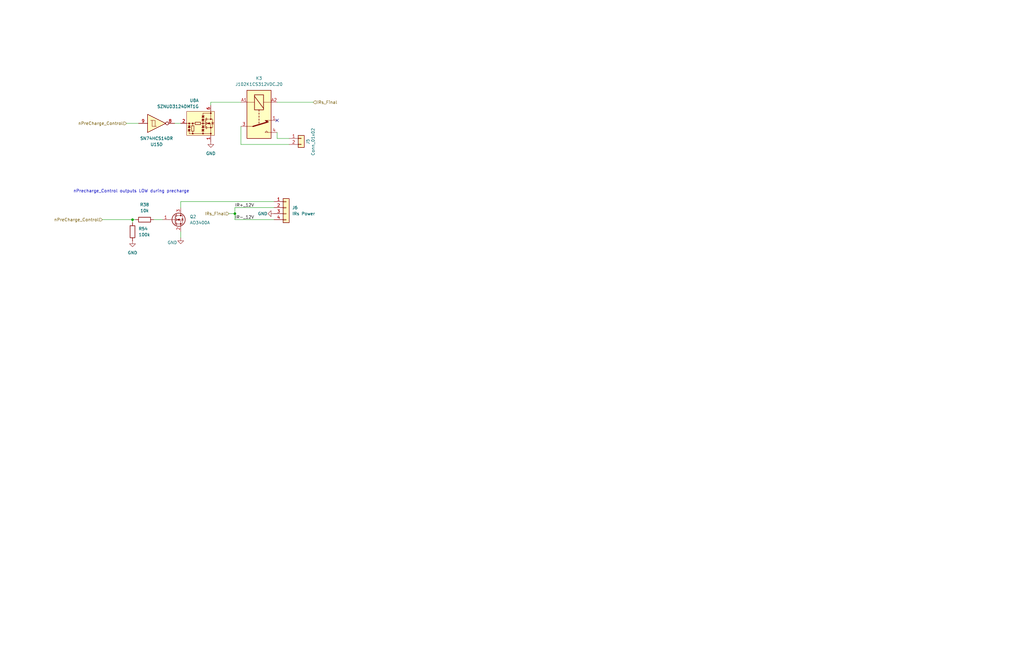
<source format=kicad_sch>
(kicad_sch (version 20250114) (generator "eeschema") (generator_version "9.0")
  (paper "B")
  (lib_symbols
    (symbol "Connector_Generic:Conn_01x02" (pin_names (offset 1.016) (hide yes))
      (property "Reference" "J" (at 0 2.54 0))
      (property "Value" "Conn_01x02" (at 0 -5.08 0))
      (symbol "Conn_01x02_1_1"
        (rectangle (start -1.27 1.27) (end 1.27 -3.81) (stroke (width 0.254)) (fill (type background)))
        (rectangle (start -1.27 0.127) (end 0 -0.127) (stroke (width 0.1524)))
        (rectangle (start -1.27 -2.413) (end 0 -2.667) (stroke (width 0.1524)))
        (pin passive line (at -5.08 0 0) (length 3.81) (name "Pin_1") (number "1"))
        (pin passive line (at -5.08 -2.54 0) (length 3.81) (name "Pin_2") (number "2"))
      )
    )
    (symbol "Connector_Generic:Conn_01x04" (pin_names (offset 1.016) (hide yes))
      (property "Reference" "J" (at 0 5.08 0))
      (property "Value" "Conn_01x04" (at 0 -7.62 0))
      (symbol "Conn_01x04_1_1"
        (rectangle (start -1.27 3.81) (end 1.27 -6.35) (stroke (width 0.254)) (fill (type background)))
        (rectangle (start -1.27 2.667) (end 0 2.413) (stroke (width 0.1524)))
        (rectangle (start -1.27 0.127) (end 0 -0.127) (stroke (width 0.1524)))
        (rectangle (start -1.27 -2.413) (end 0 -2.667) (stroke (width 0.1524)))
        (rectangle (start -1.27 -4.953) (end 0 -5.207) (stroke (width 0.1524)))
        (pin passive line (at -5.08 2.54 0) (length 3.81) (name "Pin_1") (number "1"))
        (pin passive line (at -5.08 0 0) (length 3.81) (name "Pin_2") (number "2"))
        (pin passive line (at -5.08 -2.54 0) (length 3.81) (name "Pin_3") (number "3"))
        (pin passive line (at -5.08 -5.08 0) (length 3.81) (name "Pin_4") (number "4"))
      )
    )
    (symbol "Device:R" (pin_numbers (hide yes)) (pin_names (offset 0))
      (property "Reference" "R" (at 2.032 0 90))
      (property "Value" "R" (at 0 0 90))
      (symbol "R_0_1"
        (rectangle (start -1.016 -2.54) (end 1.016 2.54) (stroke (width 0.254)))
      )
      (symbol "R_1_1"
        (pin passive line (at 0 3.81 270) (length 1.27) (name "~") (number "1"))
        (pin passive line (at 0 -3.81 90) (length 1.27) (name "~") (number "2"))
      )
    )
    (symbol "FS_4_Global_Symbol_Library:J102K1CS312DC.20"
      (property "Reference" "K" (at 0 0 0))
      (property "Value" "J102K1CS312VDC.20" (at 0 0 0))
      (symbol "J102K1CS312DC.20_0_0"
        (polyline (pts (xy 7.62 5.08) (xy 7.62 2.54) (xy 6.985 3.175) (xy 7.62 3.81)))
      )
      (symbol "J102K1CS312DC.20_0_1"
        (rectangle (start -10.16 5.08) (end 10.16 -5.08) (stroke (width 0.254)) (fill (type background)))
        (rectangle (start -8.255 1.905) (end -1.905 -1.905) (stroke (width 0.254)))
        (polyline (pts (xy -7.62 -1.905) (xy -2.54 1.905)) (stroke (width 0.254)))
        (polyline (pts (xy -5.08 5.08) (xy -5.08 1.905)))
        (polyline (pts (xy -5.08 -5.08) (xy -5.08 -1.905)))
        (polyline (pts (xy -1.905 0) (xy -1.27 0)) (stroke (width 0.254)))
        (polyline (pts (xy -0.635 0) (xy 0 0)) (stroke (width 0.254)))
        (polyline (pts (xy 0.635 0) (xy 1.27 0)) (stroke (width 0.254)))
        (polyline (pts (xy 1.905 0) (xy 2.54 0)) (stroke (width 0.254)))
        (polyline (pts (xy 2.54 5.08) (xy 2.54 2.54) (xy 3.175 3.175) (xy 2.54 3.81)) (fill (type outline)))
        (polyline (pts (xy 3.175 0) (xy 3.81 0)) (stroke (width 0.254)))
        (polyline (pts (xy 5.08 -2.54) (xy 3.175 3.81)) (stroke (width 0.508)))
        (polyline (pts (xy 5.08 -2.54) (xy 5.08 -5.08)))
      )
      (symbol "J102K1CS312DC.20_1_1"
        (pin passive line (at -5.08 7.62 270) (length 2.54) (name "~") (number "A2"))
        (pin passive line (at -5.08 -7.62 90) (length 2.54) (name "~") (number "A1"))
        (pin passive line (at 2.54 7.62 270) (length 2.54) (name "~") (number "1"))
        (pin passive line (at 5.08 -7.62 90) (length 2.54) (hide yes) (name "~") (number "2"))
        (pin passive line (at 5.08 -7.62 90) (length 2.54) (name "~") (number "3"))
        (pin passive line (at 7.62 7.62 270) (length 2.54) (name "~") (number "4"))
      )
    )
    (symbol "FS_4_Global_Symbol_Library:SN74HCS14DR"
      (property "Reference" "U" (at 0 7.366 0))
      (property "Value" "SN74HCS14DR" (at 0 5.334 0))
      (symbol "SN74HCS14DR_1_0"
        (polyline (pts (xy -2.54 3.81) (xy -2.54 -3.81) (xy 5.08 0) (xy -2.54 3.81)) (stroke (width 0.254)) (fill (type background)))
        (pin input line (at -6.35 0 0) (length 3.81) (name "~") (number "1"))
        (pin output inverted (at 8.89 0 180) (length 3.81) (name "~") (number "2"))
      )
      (symbol "SN74HCS14DR_1_1"
        (polyline (pts (xy -1.27 -1.27) (xy 0.635 -1.27) (xy 0.635 1.27) (xy 1.27 1.27)))
        (polyline (pts (xy -0.635 -1.27) (xy -0.635 1.27) (xy 0.635 1.27)))
      )
      (symbol "SN74HCS14DR_2_0"
        (polyline (pts (xy -2.54 3.81) (xy -2.54 -3.81) (xy 5.08 0) (xy -2.54 3.81)) (stroke (width 0.254)) (fill (type background)))
        (pin input line (at -6.35 0 0) (length 3.81) (name "~") (number "3"))
        (pin output inverted (at 8.89 0 180) (length 3.81) (name "~") (number "4"))
      )
      (symbol "SN74HCS14DR_2_1"
        (polyline (pts (xy -1.27 -1.27) (xy 0.635 -1.27) (xy 0.635 1.27) (xy 1.27 1.27)))
        (polyline (pts (xy -0.635 -1.27) (xy -0.635 1.27) (xy 0.635 1.27)))
      )
      (symbol "SN74HCS14DR_3_0"
        (polyline (pts (xy -2.54 3.81) (xy -2.54 -3.81) (xy 5.08 0) (xy -2.54 3.81)) (stroke (width 0.254)) (fill (type background)))
        (pin input line (at -6.35 0 0) (length 3.81) (name "~") (number "5"))
        (pin output inverted (at 8.89 0 180) (length 3.81) (name "~") (number "6"))
      )
      (symbol "SN74HCS14DR_3_1"
        (polyline (pts (xy -1.27 -1.27) (xy 0.635 -1.27) (xy 0.635 1.27) (xy 1.27 1.27)))
        (polyline (pts (xy -0.635 -1.27) (xy -0.635 1.27) (xy 0.635 1.27)))
      )
      (symbol "SN74HCS14DR_4_0"
        (polyline (pts (xy -2.54 3.81) (xy -2.54 -3.81) (xy 5.08 0) (xy -2.54 3.81)) (stroke (width 0.254)) (fill (type background)))
        (pin input line (at -6.35 0 0) (length 3.81) (name "~") (number "9"))
        (pin output inverted (at 8.89 0 180) (length 3.81) (name "~") (number "8"))
      )
      (symbol "SN74HCS14DR_4_1"
        (polyline (pts (xy -1.27 -1.27) (xy 0.635 -1.27) (xy 0.635 1.27) (xy 1.27 1.27)))
        (polyline (pts (xy -0.635 -1.27) (xy -0.635 1.27) (xy 0.635 1.27)))
      )
      (symbol "SN74HCS14DR_5_0"
        (polyline (pts (xy -2.54 3.81) (xy -2.54 -3.81) (xy 5.08 0) (xy -2.54 3.81)) (stroke (width 0.254)) (fill (type background)))
        (pin input line (at -6.35 0 0) (length 3.81) (name "~") (number "11"))
        (pin output inverted (at 8.89 0 180) (length 3.81) (name "~") (number "10"))
      )
      (symbol "SN74HCS14DR_5_1"
        (polyline (pts (xy -1.27 -1.27) (xy 0.635 -1.27) (xy 0.635 1.27) (xy 1.27 1.27)))
        (polyline (pts (xy -0.635 -1.27) (xy -0.635 1.27) (xy 0.635 1.27)))
      )
      (symbol "SN74HCS14DR_6_0"
        (polyline (pts (xy -2.54 3.81) (xy -2.54 -3.81) (xy 5.08 0) (xy -2.54 3.81)) (stroke (width 0.254)) (fill (type background)))
        (pin input line (at -6.35 0 0) (length 3.81) (name "~") (number "13"))
        (pin output inverted (at 8.89 0 180) (length 3.81) (name "~") (number "12"))
      )
      (symbol "SN74HCS14DR_6_1"
        (polyline (pts (xy -1.27 -1.27) (xy 0.635 -1.27) (xy 0.635 1.27) (xy 1.27 1.27)))
        (polyline (pts (xy -0.635 -1.27) (xy -0.635 1.27) (xy 0.635 1.27)))
      )
      (symbol "SN74HCS14DR_7_0"
        (pin power_in line (at 0 12.7 270) (length 5.08) (name "VCC") (number "14"))
        (pin power_in line (at 0 -12.7 90) (length 5.08) (name "GND") (number "7"))
      )
      (symbol "SN74HCS14DR_7_1"
        (rectangle (start -5.08 7.62) (end 5.08 -7.62) (stroke (width 0.254)) (fill (type background)))
      )
    )
    (symbol "FS_4_Global_Symbol_Library:SZNUD3124DMT1G" (pin_names (offset 0.254))
      (property "Reference" "U" (at 3.302 0.762 0))
      (property "Value" "SZNUD3124DMT1G" (at 10.414 -1.016 0))
      (symbol "SZNUD3124DMT1G_0_1"
        (polyline (pts (xy -9.652 -2.54) (xy -9.144 -3.302) (xy -8.636 -2.54) (xy -9.652 -2.54)) (fill (type outline)))
        (polyline (pts (xy -9.652 -3.048) (xy -9.652 -3.302) (xy -8.636 -3.302)))
        (circle (center -9.144 0) (radius 0.254) (fill (type outline)))
        (polyline (pts (xy -9.144 -4.318) (xy -9.144 0)))
        (polyline (pts (xy -9.144 -4.318) (xy 0 -4.318)))
        (polyline (pts (xy -8.636 -1.27) (xy -8.636 -1.016) (xy -9.652 -1.016)))
        (polyline (pts (xy -8.636 -1.778) (xy -9.144 -1.016) (xy -9.652 -1.778) (xy -8.636 -1.778)) (fill (type outline)))
        (rectangle (start -8.128 -1.016) (end -7.112 -3.302) (stroke (width 0.2032)))
        (polyline (pts (xy -7.874 0) (xy -10.16 0)))
        (circle (center -7.62 0) (radius 0.254) (fill (type outline)))
        (polyline (pts (xy -7.62 0) (xy -7.62 -1.016)))
        (circle (center -7.62 -4.318) (radius 0.254) (fill (type outline)))
        (polyline (pts (xy -7.62 -4.318) (xy -7.62 -3.302)))
        (polyline (pts (xy -7.366 0) (xy -6.604 0)))
        (rectangle (start -6.604 0.508) (end -4.318 -0.508) (stroke (width 0.2032)))
        (polyline (pts (xy -3.81 1.778) (xy -3.302 1.016) (xy -2.794 1.778) (xy -3.81 1.778)) (fill (type outline)))
        (polyline (pts (xy -3.81 1.27) (xy -3.81 1.016) (xy -2.794 1.016)))
        (polyline (pts (xy -3.81 -2.54) (xy -3.302 -3.302) (xy -2.794 -2.54) (xy -3.81 -2.54)) (fill (type outline)))
        (polyline (pts (xy -3.81 -3.048) (xy -3.81 -3.302) (xy -2.794 -3.302)))
        (polyline (pts (xy -3.302 4.318) (xy 0 4.318)))
        (circle (center -3.302 0) (radius 0.254) (fill (type outline)))
        (polyline (pts (xy -3.302 0) (xy -3.302 4.318)))
        (polyline (pts (xy -3.302 -4.064) (xy -3.302 0.254)))
        (circle (center -3.302 -4.318) (radius 0.254) (fill (type outline)))
        (polyline (pts (xy -2.794 3.048) (xy -2.794 3.302) (xy -3.81 3.302)))
        (polyline (pts (xy -2.794 2.54) (xy -3.302 3.302) (xy -3.81 2.54) (xy -2.794 2.54)) (fill (type outline)))
        (polyline (pts (xy -2.794 -1.27) (xy -2.794 -1.016) (xy -3.81 -1.016)))
        (polyline (pts (xy -2.794 -1.778) (xy -3.302 -1.016) (xy -3.81 -1.778) (xy -2.794 -1.778)) (fill (type outline)))
        (polyline (pts (xy -2.286 0) (xy -4.318 0)))
        (polyline (pts (xy -1.778 2.286) (xy -1.778 1.27)) (stroke (width 0.254)))
        (polyline (pts (xy -1.778 0.508) (xy -1.778 -0.508)) (stroke (width 0.254)))
        (polyline (pts (xy -1.778 -1.27) (xy -1.778 -2.286)) (stroke (width 0.254)))
        (polyline (pts (xy -1.778 -1.778) (xy 0.762 -1.778) (xy 0.762 1.778) (xy -1.778 1.778)))
        (polyline (pts (xy -1.524 0) (xy -0.508 0.381) (xy -0.508 -0.381) (xy -1.524 0)) (fill (type outline)))
        (polyline (pts (xy 0 5.08) (xy 0 1.778)))
        (circle (center 0 4.318) (radius 0.254) (fill (type outline)))
        (circle (center 0 1.778) (radius 0.254) (fill (type outline)))
        (circle (center 0 -1.778) (radius 0.254) (fill (type outline)))
        (circle (center 0 -4.318) (radius 0.254) (fill (type outline)))
        (polyline (pts (xy 0 -5.08) (xy 0 0) (xy -1.778 0)))
        (polyline (pts (xy 0.254 0.508) (xy 0.381 0.381) (xy 1.143 0.381) (xy 1.27 0.254)))
        (polyline (pts (xy 0.762 0.381) (xy 0.381 -0.254) (xy 1.143 -0.254) (xy 0.762 0.381)))
      )
      (symbol "SZNUD3124DMT1G_1_1"
        (rectangle (start -10.16 5.08) (end 1.524 -5.08) (fill (type background)))
        (polyline (pts (xy -2.286 2.032) (xy -2.286 -2.032)) (stroke (width 0.2032)))
        (pin input line (at -12.7 0 0) (length 2.54) (name "~") (number "2"))
        (pin unspecified line (at 0 7.62 270) (length 2.54) (name "~") (number "6"))
        (pin unspecified line (at 0 -7.62 90) (length 2.54) (name "~") (number "1"))
      )
      (symbol "SZNUD3124DMT1G_2_1"
        (rectangle (start -10.16 5.08) (end 1.524 -5.08) (fill (type background)))
        (pin input line (at -12.7 0 0) (length 2.54) (name "~") (number "5"))
        (pin unspecified line (at 0 7.62 270) (length 2.54) (name "~") (number "3"))
        (pin unspecified line (at 0 -7.62 90) (length 2.54) (name "~") (number "4"))
      )
    )
    (symbol "Transistor_FET:AO3400A" (pin_names (offset 0) (hide yes))
      (property "Reference" "Q" (at 5.08 1.905 0))
      (property "Value" "AO3400A" (at 5.08 0 0))
      (symbol "AO3400A_0_1"
        (polyline (pts (xy 0.254 1.905) (xy 0.254 -1.905)) (stroke (width 0.254)))
        (polyline (pts (xy 0.254 0) (xy -2.54 0)))
        (polyline (pts (xy 0.762 2.286) (xy 0.762 1.27)) (stroke (width 0.254)))
        (polyline (pts (xy 0.762 0.508) (xy 0.762 -0.508)) (stroke (width 0.254)))
        (polyline (pts (xy 0.762 -1.27) (xy 0.762 -2.286)) (stroke (width 0.254)))
        (polyline (pts (xy 0.762 -1.778) (xy 3.302 -1.778) (xy 3.302 1.778) (xy 0.762 1.778)))
        (polyline (pts (xy 1.016 0) (xy 2.032 0.381) (xy 2.032 -0.381) (xy 1.016 0)) (fill (type outline)))
        (circle (center 1.651 0) (radius 2.794) (stroke (width 0.254)))
        (polyline (pts (xy 2.54 2.54) (xy 2.54 1.778)))
        (circle (center 2.54 1.778) (radius 0.254) (fill (type outline)))
        (circle (center 2.54 -1.778) (radius 0.254) (fill (type outline)))
        (polyline (pts (xy 2.54 -2.54) (xy 2.54 0) (xy 0.762 0)))
        (polyline (pts (xy 2.921 0.381) (xy 3.683 0.381)))
        (polyline (pts (xy 3.302 0.381) (xy 2.921 -0.254) (xy 3.683 -0.254) (xy 3.302 0.381)))
      )
      (symbol "AO3400A_1_1"
        (pin input line (at -5.08 0 0) (length 2.54) (name "G") (number "1"))
        (pin passive line (at 2.54 5.08 270) (length 2.54) (name "D") (number "3"))
        (pin passive line (at 2.54 -5.08 90) (length 2.54) (name "S") (number "2"))
      )
    )
    (symbol "power:GND" (power) (pin_numbers (hide yes)) (pin_names (offset 0) (hide yes))
      (property "Value" "GND" (at 0 -3.81 0))
      (symbol "GND_0_1"
        (polyline (pts (xy 0 0) (xy 0 -1.27) (xy 1.27 -1.27) (xy 0 -2.54) (xy -1.27 -1.27) (xy 0 -1.27)))
      )
      (symbol "GND_1_1"
        (pin power_in line (at 0 0 270) (length 0) (name "~") (number "1"))
      )
    )
  )
  (text "nPrecharge_Control outputs LOW during precharge\n" (at 55.372 80.772 0) (effects (font (size 1.27 1.27))))
  (junction (at 55.88 92.71))
  (junction (at 99.06 90.17))
  (no_connect (at 116.84 50.8))
  (wire (pts (xy 99.06 90.17) (xy 99.06 87.63)))
  (wire (pts (xy 76.2 85.09) (xy 115.57 85.09)))
  (wire (pts (xy 55.88 93.98) (xy 55.88 92.71)))
  (wire (pts (xy 116.84 55.88) (xy 116.84 58.42)))
  (wire (pts (xy 99.06 92.71) (xy 99.06 90.17)))
  (wire (pts (xy 121.92 60.96) (xy 101.6 60.96)))
  (wire (pts (xy 116.84 58.42) (xy 121.92 58.42)))
  (wire (pts (xy 88.9 43.18) (xy 101.6 43.18)))
  (wire (pts (xy 99.06 87.63) (xy 115.57 87.63)))
  (wire (pts (xy 55.88 92.71) (xy 57.15 92.71)))
  (wire (pts (xy 96.52 90.17) (xy 99.06 90.17)))
  (wire (pts (xy 101.6 53.34) (xy 101.6 60.96)))
  (wire (pts (xy 116.84 43.18) (xy 132.08 43.18)))
  (wire (pts (xy 73.66 52.07) (xy 76.2 52.07)))
  (wire (pts (xy 76.2 85.09) (xy 76.2 87.63)))
  (wire (pts (xy 115.57 92.71) (xy 99.06 92.71)))
  (wire (pts (xy 43.18 92.71) (xy 55.88 92.71)))
  (wire (pts (xy 88.9 43.18) (xy 88.9 44.45)))
  (wire (pts (xy 76.2 97.79) (xy 76.2 100.33)))
  (wire (pts (xy 53.34 52.07) (xy 58.42 52.07)))
  (wire (pts (xy 64.77 92.71) (xy 68.58 92.71)))
  (label "IR+_12V" (at 99.06 87.63 0))
  (label "IR-_12V" (at 99.06 92.71 0))
  (hierarchical_label "IRs_Final" (shape input) (at 132.08 43.18 0))
  (hierarchical_label "nPreCharge_Control" (shape input) (at 43.18 92.71 180))
  (hierarchical_label "IRs_Final" (shape input) (at 96.52 90.17 180))
  (hierarchical_label "nPreCharge_Control" (shape input) (at 53.34 52.07 180))
  (symbol (lib_id "Connector_Generic:Conn_01x02") (at 127 58.42 0) (unit 1)
    (property "Reference" "J5" (at 129.794 60.96 90) (effects (justify left)))
    (property "Value" "Conn_01x02" (at 132.0164 65.7225 90) (effects (justify left)))
    (property "Footprint" "FS_4_Global_Footprint_Library:1054311202 - 2-Pin Molex Nano-fit SMD Connector" (effects (hide yes)))
    (property "Datasheet" "https://www.molex.com/en-us/products/part-detail/1054311202?display=pdf" (effects (hide yes)))
    (property "Description" "Generic connector, single row, 01x02, script generated (kicad-library-utils/schlib/autogen/connector/)" (effects (hide yes)))
    (property "Digi PN" "WM26080CT-ND" (effects (hide yes)))
    (property "Digi URL" "https://www.digikey.com/en/products/detail/molex/1054311202/9959366" (effects (hide yes)))
    (property "MFG" "Molex" (effects (hide yes)))
    (property "MFG PN" "1054311202" (effects (hide yes)))
  )
  (symbol (lib_id "FS_4_Global_Symbol_Library:SZNUD3124DMT1G") (at 88.9 52.07 0) (unit 1)
    (property "Reference" "U8" (at 83.82 42.418 0) (effects (justify right)))
    (property "Value" "SZNUD3124DMT1G" (at 83.82 44.958 0) (effects (justify right)))
    (property "Footprint" "Package_TO_SOT_SMD:SC-74-6_1.55x2.9mm_P0.95mm" (effects (hide yes)))
    (property "Datasheet" "https://www.onsemi.com/pdf/datasheet/nud3124-d.pdf" (effects (hide yes)))
    (property "Description" "Relay Driver (Dual Case)" (effects (hide yes)))
    (property "Digi PN" "SZNUD3124DMT1GOSCT-ND" (effects (hide yes)))
    (property "Digi URL" "https://www.digikey.com/en/products/detail/onsemi/SZNUD3124DMT1G/3063415" (effects (hide yes)))
    (property "MFG" "onsemi" (effects (hide yes)))
    (property "MFG PN" "SZNUD3124DMT1G" (effects (hide yes)))
  )
  (symbol (lib_id "Device:R") (at 60.96 92.71 90) (unit 1)
    (property "Reference" "R38" (at 60.96 86.36 90))
    (property "Value" "10k" (at 60.96 88.9 90))
    (property "Footprint" "Resistor_SMD:R_0603_1608Metric_Pad0.98x0.95mm_HandSolder" (effects (hide yes)))
    (property "Datasheet" "https://www.yageogroup.com/content/datasheet/asset/file/PYU-AC_51_ROHS_L" (effects (hide yes)))
    (property "Description" "Resistor" (effects (hide yes)))
    (property "Digi PN" "311-10KLDCT-ND" (effects (hide yes)))
    (property "Digi URL" "https://www.digikey.com/en/products/detail/yageo/AC0603FR-0710KL/2827814" (effects (hide yes)))
    (property "MFG" "Yageo" (effects (hide yes)))
    (property "MFG PN" "AC0603FR-0710KL" (effects (hide yes)))
  )
  (symbol (lib_id "Connector_Generic:Conn_01x04") (at 120.65 87.63 0) (unit 1)
    (property "Reference" "J6" (at 123.19 87.6299 0) (effects (justify left)))
    (property "Value" "IRs Power" (at 123.19 90.1699 0) (effects (justify left)))
    (property "Footprint" "FS_4_Global_Footprint_Library:1054311104 - 4-pin Molex Nano-fit SMD Connector" (effects (hide yes)))
    (property "Datasheet" "https://www.literature.molex.com/SQLImages/kelmscott/Molex/PDF_Images/987651-1223.PDF" (effects (hide yes)))
    (property "Description" "Generic connector, single row, 01x04, script generated (kicad-library-utils/schlib/autogen/connector/)" (effects (hide yes)))
    (property "Digi PN" "WM26082CT-ND" (effects (hide yes)))
    (property "Digi URL" "https://www.digikey.com/en/products/detail/molex/1054311204/9959368" (effects (hide yes)))
    (property "MFG" "Molex" (effects (hide yes)))
    (property "MFG PN" "1054311204" (effects (hide yes)))
  )
  (symbol (lib_id "FS_4_Global_Symbol_Library:J102K1CS312DC.20") (at 109.22 48.26 270) (unit 1)
    (property "Reference" "K3" (at 109.22 33.02 90))
    (property "Value" "J102K1CS312VDC.20" (at 109.22 35.56 90))
    (property "Footprint" "FS_4_Global_Footprint_Library:J102K1CS312VDC.20" (effects (hide yes)))
    (property "Datasheet" "https://www.citrelay.com/wp-content/uploads/2025/05/Relay-J102.pdf" (effects (hide yes)))
    (property "Description" "Precharge Relay" (effects (hide yes)))
    (property "Digi PN" "2449-J102K1CS312VDC.20-ND" (effects (hide yes)))
    (property "MFG" "CIT Relay and Switch" (effects (hide yes)))
    (property "MFG PN" "J102K1CS312VDC.20" (effects (hide yes)))
    (property "Digi URL" "https://www.digikey.com/en/products/detail/cit-relay-and-switch/J102K1CS312VDC-20/14002177" (effects (hide yes)))
  )
  (symbol (lib_id "Device:R") (at 55.88 97.79 0) (unit 1)
    (property "Reference" "R54" (at 58.42 96.5199 0) (effects (justify left)))
    (property "Value" "100k" (at 58.42 99.0599 0) (effects (justify left)))
    (property "Footprint" "Resistor_SMD:R_0603_1608Metric_Pad0.98x0.95mm_HandSolder" (effects (hide yes)))
    (property "Datasheet" "https://www.digikey.com/en/products/detail/susumu/RG1608P-104-B-T5/1240451" (effects (hide yes)))
    (property "Description" "Resistor" (effects (hide yes)))
    (property "Digi PN" "RG16P100KBDKR-ND" (effects (hide yes)))
    (property "Digi URL" "https://www.digikey.com/en/products/detail/susumu/RG1608P-104-B-T5/1240451" (effects (hide yes)))
    (property "MFG" "Susumu" (effects (hide yes)))
    (property "MFG PN" "RC0603FR-0722RL" (effects (hide yes)))
  )
  (symbol (lib_id "power:GND") (at 88.9 59.69 0) (unit 1)
    (property "Reference" "#PWR08" (effects (hide yes)))
    (property "Value" "GND" (at 88.9 64.77 0))
    (property "Description" "Power symbol creates a global label with name \"GND\" , ground" (effects (hide yes)))
  )
  (symbol (lib_id "power:GND") (at 76.2 100.33 0) (unit 1)
    (property "Reference" "#PWR011" (effects (hide yes)))
    (property "Value" "GND" (at 72.644 102.362 0))
    (property "Description" "Power symbol creates a global label with name \"GND\" , ground" (effects (hide yes)))
  )
  (symbol (lib_id "power:GND") (at 115.57 90.17 270) (unit 1)
    (property "Reference" "#PWR010" (effects (hide yes)))
    (property "Value" "GND" (at 110.744 90.17 90))
    (property "Description" "Power symbol creates a global label with name \"GND\" , ground" (effects (hide yes)))
  )
  (symbol (lib_id "FS_4_Global_Symbol_Library:SN74HCS14DR") (at 64.77 52.07 0) (mirror x) (unit 4)
    (property "Reference" "U15" (at 66.04 60.96 0))
    (property "Value" "SN74HCS14DR" (at 66.04 58.42 0))
    (property "Footprint" "Package_SO:SOIC-14_3.9x8.7mm_P1.27mm" (effects (hide yes)))
    (property "Datasheet" "https://www.ti.com/lit/ds/symlink/sn74hcs14.pdf?HQS=dis-dk-null-digikeymode-dsf-pf-null-wwe&ts=1770077278987" (effects (hide yes)))
    (property "Description" "IC INVERT SCHMITT 6CH 1IN 14SOIC" (effects (hide yes)))
    (property "Digi PN" "296-SN74HCS14DRDKR-ND" (effects (hide yes)))
    (property "MFG" "Texas Instruments" (effects (hide yes)))
    (property "MFG PN" "SN74HCS14DR" (effects (hide yes)))
    (property "Digi URL" "https://www.digikey.com/en/products/detail/texas-instruments/SN74HCS14DR/12695996" (effects (hide yes)))
  )
  (symbol (lib_id "Transistor_FET:AO3400A") (at 73.66 92.71 0) (unit 1)
    (property "Reference" "Q2" (at 80.01 91.4399 0) (effects (justify left)))
    (property "Value" "AO3400A" (at 80.01 93.9799 0) (effects (justify left)))
    (property "Footprint" "Package_TO_SOT_SMD:SOT-23" (effects (hide yes)))
    (property "Datasheet" "http://www.aosmd.com/pdfs/datasheet/AO3400A.pdf" (effects (hide yes)))
    (property "Description" "30V Vds, 5.7A Id, N-Channel MOSFET, SOT-23" (effects (hide yes)))
    (property "Digi PN" "785-1000-1-ND" (effects (hide yes)))
    (property "Digi URL" "https://www.digikey.com/en/products/detail/alpha-omega-semiconductor-inc/AO3400A/1855772" (effects (hide yes)))
    (property "MFG" "Alpha & Omega Semiconductor Inc." (effects (hide yes)))
    (property "MFG PN" "AO3400A" (effects (hide yes)))
  )
  (symbol (lib_id "power:GND") (at 55.88 101.6 0) (unit 1)
    (property "Reference" "#PWR084" (effects (hide yes)))
    (property "Value" "GND" (at 55.88 106.68 0))
    (property "Description" "Power symbol creates a global label with name \"GND\" , ground" (effects (hide yes)))
  )
)
</source>
